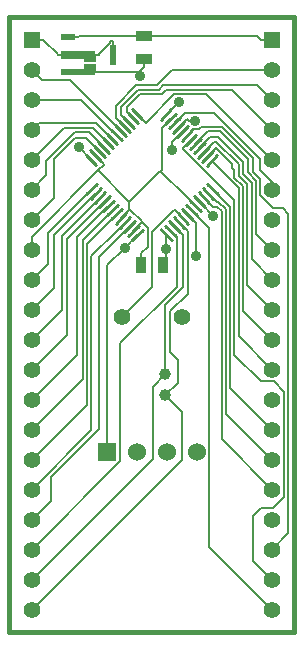
<source format=gtl>
G04 (created by PCBNEW-RS274X (2012-01-19 BZR 3256)-stable) date 2/20/2012 8:09:15 PM*
G01*
G70*
G90*
%MOIN*%
G04 Gerber Fmt 3.4, Leading zero omitted, Abs format*
%FSLAX34Y34*%
G04 APERTURE LIST*
%ADD10C,0.006000*%
%ADD11C,0.015000*%
%ADD12R,0.055000X0.055000*%
%ADD13C,0.055000*%
%ADD14R,0.060000X0.060000*%
%ADD15C,0.060000*%
%ADD16C,0.056000*%
%ADD17C,0.039400*%
%ADD18R,0.055000X0.035000*%
%ADD19C,0.009800*%
%ADD20R,0.047200X0.020000*%
%ADD21R,0.118100X0.020000*%
%ADD22R,0.118100X0.027600*%
%ADD23R,0.023600X0.070900*%
%ADD24R,0.043300X0.027600*%
%ADD25R,0.035000X0.055000*%
%ADD26C,0.035000*%
%ADD27C,0.008000*%
G04 APERTURE END LIST*
G54D10*
G54D11*
X28250Y-42500D02*
X28250Y-22000D01*
X37750Y-42500D02*
X28250Y-42500D01*
X37750Y-22000D02*
X37750Y-42500D01*
X28250Y-22000D02*
X37750Y-22000D01*
G54D12*
X37000Y-22750D03*
G54D13*
X37000Y-23750D03*
X37000Y-24750D03*
X37000Y-25750D03*
X37000Y-26750D03*
X37000Y-27750D03*
X37000Y-28750D03*
X37000Y-29750D03*
X37000Y-30750D03*
X37000Y-31750D03*
X37000Y-32750D03*
X37000Y-33750D03*
X37000Y-34750D03*
X37000Y-35750D03*
X37000Y-36750D03*
X37000Y-37750D03*
X37000Y-38750D03*
X37000Y-39750D03*
X37000Y-40750D03*
X37000Y-41750D03*
G54D12*
X29000Y-22750D03*
G54D13*
X29000Y-23750D03*
X29000Y-24750D03*
X29000Y-25750D03*
X29000Y-26750D03*
X29000Y-27750D03*
X29000Y-28750D03*
X29000Y-29750D03*
X29000Y-30750D03*
X29000Y-31750D03*
X29000Y-32750D03*
X29000Y-33750D03*
X29000Y-34750D03*
X29000Y-35750D03*
X29000Y-36750D03*
X29000Y-37750D03*
X29000Y-38750D03*
X29000Y-39750D03*
X29000Y-40750D03*
X29000Y-41750D03*
G54D14*
X31500Y-36500D03*
G54D15*
X32500Y-36500D03*
X33500Y-36500D03*
X34500Y-36500D03*
G54D16*
X32000Y-32000D03*
X34000Y-32000D03*
G54D17*
X33447Y-33896D03*
X33447Y-34604D03*
G54D18*
X32750Y-23375D03*
X32750Y-22625D03*
G54D10*
G36*
X33656Y-29507D02*
X33232Y-29083D01*
X33302Y-29013D01*
X33726Y-29437D01*
X33656Y-29507D01*
X33656Y-29507D01*
G37*
G54D19*
X33441Y-28944D02*
X33795Y-29298D01*
X33580Y-28805D02*
X33934Y-29159D01*
X33720Y-28665D02*
X34074Y-29019D01*
X33859Y-28526D02*
X34213Y-28880D01*
X33998Y-28388D02*
X34352Y-28742D01*
X34137Y-28248D02*
X34491Y-28602D01*
X34276Y-28109D02*
X34630Y-28463D01*
X34415Y-27970D02*
X34769Y-28324D01*
X34555Y-27830D02*
X34909Y-28184D01*
X34694Y-27691D02*
X35048Y-28045D01*
X34833Y-27552D02*
X35187Y-27906D01*
X34823Y-26959D02*
X35177Y-26605D01*
X34683Y-26820D02*
X35037Y-26466D01*
X34544Y-26680D02*
X34898Y-26326D01*
X34405Y-26541D02*
X34759Y-26187D01*
X34265Y-26402D02*
X34619Y-26048D01*
X34127Y-26263D02*
X34481Y-25909D01*
X33988Y-26124D02*
X34342Y-25770D01*
X33848Y-25985D02*
X34202Y-25631D01*
X33709Y-25845D02*
X34063Y-25491D01*
X33570Y-25706D02*
X33924Y-25352D01*
X33430Y-25567D02*
X33784Y-25213D01*
X33292Y-25428D02*
X33646Y-25074D01*
X32327Y-25046D02*
X32681Y-25400D01*
X32188Y-25185D02*
X32542Y-25539D01*
X32049Y-25324D02*
X32403Y-25678D01*
X31909Y-25464D02*
X32263Y-25818D01*
X31770Y-25603D02*
X32124Y-25957D01*
X31632Y-25742D02*
X31986Y-26096D01*
X31492Y-25881D02*
X31846Y-26235D01*
X31353Y-26020D02*
X31707Y-26374D01*
X31214Y-26159D02*
X31568Y-26513D01*
X31074Y-26299D02*
X31428Y-26653D01*
X30935Y-26438D02*
X31289Y-26792D01*
X30796Y-26577D02*
X31150Y-26931D01*
X30813Y-27906D02*
X31167Y-27552D01*
X30952Y-28045D02*
X31306Y-27691D01*
X31231Y-28324D02*
X31585Y-27970D01*
X31086Y-28189D02*
X31440Y-27835D01*
X31370Y-28463D02*
X31724Y-28109D01*
X31508Y-28602D02*
X31862Y-28248D01*
X31648Y-28741D02*
X32002Y-28387D01*
X31787Y-28880D02*
X32141Y-28526D01*
X31926Y-29019D02*
X32280Y-28665D01*
X32066Y-29159D02*
X32420Y-28805D01*
X32203Y-29296D02*
X32557Y-28942D01*
X32342Y-29435D02*
X32696Y-29081D01*
G54D20*
X30193Y-22659D03*
G54D21*
X30547Y-23841D03*
G54D22*
X30547Y-23250D03*
G54D23*
X31689Y-23250D03*
G54D24*
X30921Y-23703D03*
X30921Y-23348D03*
G54D25*
X32625Y-30250D03*
X33375Y-30250D03*
G54D26*
X30551Y-26325D03*
X35037Y-28616D03*
X33899Y-24831D03*
X32085Y-29687D03*
X32607Y-23949D03*
X33479Y-29717D03*
X34441Y-25455D03*
X33680Y-26413D03*
X34466Y-29965D03*
G54D27*
X31500Y-30272D02*
X32085Y-29687D01*
X32563Y-23905D02*
X32563Y-23841D01*
X32607Y-23949D02*
X32563Y-23905D01*
X31241Y-23841D02*
X32563Y-23841D01*
X32750Y-23654D02*
X32750Y-23653D01*
X32563Y-23841D02*
X32750Y-23654D01*
X33479Y-25251D02*
X33469Y-25251D01*
X33899Y-24831D02*
X33479Y-25251D01*
X30547Y-23841D02*
X31241Y-23841D01*
X32750Y-23375D02*
X32750Y-23653D01*
X31500Y-36500D02*
X31500Y-36097D01*
X31500Y-36097D02*
X31500Y-30272D01*
X34592Y-28171D02*
X35037Y-28616D01*
X34592Y-28147D02*
X34592Y-28171D01*
X30973Y-26747D02*
X30551Y-26325D01*
X30973Y-26754D02*
X30973Y-26747D01*
X32514Y-29258D02*
X32085Y-29687D01*
X32519Y-29258D02*
X32514Y-29258D01*
X33479Y-29717D02*
X33479Y-30146D01*
X33479Y-30146D02*
X33375Y-30250D01*
X33479Y-29260D02*
X33479Y-29717D01*
X34904Y-39654D02*
X37000Y-41750D01*
X34904Y-29015D02*
X34904Y-39654D01*
X34314Y-28425D02*
X34904Y-29015D01*
X35047Y-28322D02*
X35174Y-28322D01*
X34732Y-28007D02*
X35047Y-28322D01*
X35174Y-28322D02*
X35317Y-28465D01*
X35317Y-28465D02*
X35317Y-36067D01*
X35317Y-36067D02*
X37000Y-37750D01*
X34871Y-27868D02*
X35156Y-28153D01*
X35460Y-35210D02*
X37000Y-36750D01*
X35460Y-28405D02*
X35460Y-35210D01*
X35208Y-28153D02*
X35460Y-28405D01*
X35156Y-28153D02*
X35208Y-28153D01*
X31140Y-25529D02*
X31669Y-26058D01*
X29221Y-25529D02*
X31140Y-25529D01*
X29000Y-25750D02*
X29221Y-25529D01*
X29000Y-26750D02*
X30053Y-25697D01*
X30053Y-25697D02*
X31030Y-25697D01*
X31030Y-25697D02*
X31530Y-26197D01*
X29477Y-26800D02*
X29477Y-27273D01*
X30436Y-25841D02*
X29477Y-26800D01*
X30896Y-25841D02*
X30436Y-25841D01*
X31391Y-26336D02*
X30896Y-25841D01*
X29477Y-27273D02*
X29000Y-27750D01*
X29739Y-26741D02*
X30446Y-26034D01*
X29739Y-28011D02*
X29739Y-26741D01*
X29000Y-28750D02*
X29739Y-28011D01*
X30446Y-26034D02*
X30809Y-26034D01*
X30809Y-26034D02*
X31251Y-26476D01*
X29524Y-29195D02*
X29524Y-30226D01*
X29524Y-30226D02*
X29000Y-30750D01*
X30990Y-27729D02*
X29524Y-29195D01*
X29738Y-31012D02*
X29000Y-31750D01*
X29738Y-29259D02*
X29738Y-31012D01*
X31129Y-27868D02*
X29738Y-29259D01*
X35603Y-34353D02*
X37000Y-35750D01*
X35603Y-28322D02*
X35603Y-34353D01*
X35010Y-27729D02*
X35603Y-28322D01*
X35000Y-26782D02*
X35000Y-26800D01*
X35000Y-26800D02*
X35889Y-27689D01*
X35889Y-27689D02*
X35889Y-32639D01*
X35889Y-32639D02*
X37000Y-33750D01*
X34860Y-26643D02*
X35146Y-26357D01*
X36033Y-31783D02*
X37000Y-32750D01*
X36033Y-27630D02*
X36033Y-31783D01*
X35749Y-27346D02*
X36033Y-27630D01*
X35749Y-27092D02*
X35749Y-27346D01*
X35676Y-27019D02*
X35749Y-27092D01*
X35676Y-26888D02*
X35676Y-27019D01*
X35146Y-26357D02*
X35676Y-26888D01*
X35892Y-26900D02*
X35892Y-27286D01*
X35136Y-26144D02*
X35892Y-26900D01*
X35080Y-26144D02*
X35136Y-26144D01*
X34721Y-26503D02*
X35080Y-26144D01*
X35892Y-27286D02*
X36176Y-27570D01*
X36176Y-27570D02*
X36176Y-30926D01*
X36176Y-30926D02*
X37000Y-31750D01*
X36319Y-30069D02*
X37000Y-30750D01*
X36319Y-27510D02*
X36319Y-30069D01*
X36035Y-27226D02*
X36319Y-27510D01*
X36035Y-26840D02*
X36035Y-27226D01*
X35196Y-26001D02*
X36035Y-26840D01*
X34945Y-26001D02*
X35196Y-26001D01*
X34582Y-26364D02*
X34945Y-26001D01*
X36463Y-27451D02*
X36463Y-29213D01*
X34442Y-26225D02*
X34861Y-25806D01*
X34861Y-25806D02*
X35264Y-25806D01*
X35264Y-25806D02*
X36184Y-26726D01*
X36184Y-26726D02*
X36184Y-27172D01*
X36184Y-27172D02*
X36463Y-27451D01*
X36463Y-29213D02*
X37000Y-29750D01*
X31947Y-25780D02*
X31662Y-25495D01*
X30255Y-24088D02*
X31662Y-25495D01*
X29338Y-24088D02*
X30255Y-24088D01*
X29000Y-23750D02*
X29338Y-24088D01*
X30640Y-24750D02*
X29000Y-24750D01*
X31809Y-25919D02*
X30640Y-24750D01*
X37402Y-37985D02*
X37027Y-38360D01*
X36379Y-40129D02*
X37000Y-40750D01*
X36379Y-38624D02*
X36379Y-40129D01*
X36643Y-38360D02*
X36379Y-38624D01*
X37027Y-38360D02*
X36643Y-38360D01*
X37402Y-34487D02*
X37402Y-37985D01*
X37055Y-34140D02*
X37402Y-34487D01*
X36627Y-34140D02*
X37055Y-34140D01*
X35746Y-28103D02*
X35746Y-33259D01*
X34019Y-26376D02*
X35746Y-28103D01*
X34019Y-26371D02*
X34019Y-26376D01*
X34304Y-26086D02*
X34019Y-26371D01*
X35746Y-33259D02*
X36627Y-34140D01*
X35333Y-25662D02*
X36369Y-26698D01*
X36369Y-26698D02*
X36369Y-27153D01*
X34379Y-25733D02*
X34557Y-25733D01*
X34557Y-25733D02*
X34628Y-25662D01*
X36607Y-27391D02*
X36607Y-27939D01*
X34165Y-25947D02*
X34379Y-25733D01*
X37546Y-39204D02*
X37000Y-39750D01*
X34628Y-25662D02*
X35333Y-25662D01*
X37028Y-28360D02*
X37357Y-28360D01*
X36607Y-27939D02*
X37028Y-28360D01*
X37546Y-28549D02*
X37546Y-39204D01*
X37357Y-28360D02*
X37546Y-28549D01*
X36369Y-27153D02*
X36607Y-27391D01*
X34171Y-25383D02*
X34243Y-25455D01*
X34243Y-25455D02*
X34441Y-25455D01*
X33886Y-25668D02*
X34171Y-25383D01*
X37000Y-27482D02*
X37000Y-27750D01*
X36607Y-27089D02*
X37000Y-27482D01*
X36607Y-26728D02*
X36607Y-27089D01*
X35055Y-25176D02*
X36607Y-26728D01*
X34100Y-25176D02*
X35055Y-25176D01*
X33747Y-25529D02*
X34100Y-25176D01*
X34803Y-24553D02*
X33746Y-24553D01*
X32504Y-25223D02*
X32790Y-25509D01*
X37000Y-26750D02*
X34803Y-24553D01*
X33746Y-24553D02*
X32790Y-25509D01*
X32169Y-25166D02*
X32365Y-25362D01*
X32169Y-24986D02*
X32169Y-25166D01*
X32603Y-24552D02*
X32169Y-24986D01*
X33317Y-24552D02*
X32603Y-24552D01*
X33460Y-24409D02*
X33317Y-24552D01*
X35659Y-24409D02*
X33460Y-24409D01*
X37000Y-25750D02*
X35659Y-24409D01*
X31977Y-24975D02*
X31977Y-25252D01*
X32543Y-24409D02*
X31977Y-24975D01*
X37000Y-24750D02*
X36516Y-24266D01*
X33362Y-24266D02*
X33219Y-24409D01*
X33219Y-24409D02*
X32543Y-24409D01*
X31977Y-25252D02*
X32226Y-25501D01*
X36516Y-24266D02*
X33362Y-24266D01*
X32086Y-25641D02*
X31800Y-25355D01*
X31800Y-24949D02*
X31800Y-25355D01*
X32483Y-24266D02*
X31800Y-24949D01*
X33159Y-24266D02*
X32483Y-24266D01*
X33675Y-23750D02*
X33159Y-24266D01*
X37000Y-23750D02*
X33675Y-23750D01*
X33680Y-26153D02*
X33680Y-26413D01*
X34025Y-25808D02*
X33680Y-26153D01*
X29984Y-31766D02*
X29984Y-29291D01*
X29000Y-32750D02*
X29984Y-31766D01*
X29984Y-29291D02*
X31263Y-28012D01*
X30168Y-29387D02*
X31408Y-28147D01*
X30168Y-32582D02*
X30168Y-29387D01*
X29000Y-33750D02*
X30168Y-32582D01*
X29000Y-34750D02*
X30506Y-33244D01*
X30506Y-33244D02*
X30506Y-29327D01*
X30506Y-29327D02*
X31547Y-28286D01*
X30690Y-29420D02*
X31685Y-28425D01*
X30690Y-34060D02*
X30690Y-29420D01*
X29000Y-35750D02*
X30690Y-34060D01*
X31825Y-28564D02*
X31540Y-28849D01*
X30833Y-34917D02*
X29000Y-36750D01*
X30833Y-29556D02*
X30833Y-34917D01*
X31540Y-28849D02*
X30833Y-29556D01*
X31817Y-29128D02*
X30976Y-29969D01*
X32103Y-28842D02*
X31817Y-29128D01*
X30976Y-35774D02*
X29000Y-37750D01*
X30976Y-29969D02*
X30976Y-35774D01*
X29621Y-38129D02*
X29000Y-38750D01*
X29621Y-37332D02*
X29621Y-38129D01*
X31239Y-35714D02*
X29621Y-37332D01*
X31239Y-29986D02*
X31239Y-35714D01*
X32243Y-28982D02*
X31239Y-29986D01*
X33618Y-29121D02*
X33836Y-29339D01*
X33836Y-29339D02*
X33836Y-30979D01*
X33836Y-30979D02*
X31949Y-32866D01*
X31949Y-32866D02*
X31949Y-36801D01*
X31949Y-36801D02*
X29000Y-39750D01*
X33025Y-36725D02*
X29000Y-40750D01*
X33025Y-34318D02*
X33025Y-36725D01*
X33447Y-33896D02*
X33025Y-34318D01*
X33447Y-31587D02*
X33447Y-33896D01*
X34043Y-30991D02*
X33447Y-31587D01*
X34043Y-29268D02*
X34043Y-30991D01*
X33757Y-28982D02*
X34043Y-29268D01*
X34000Y-36750D02*
X29000Y-41750D01*
X33591Y-31808D02*
X34187Y-31212D01*
X33447Y-34604D02*
X33861Y-34190D01*
X34187Y-31212D02*
X34187Y-29132D01*
X33861Y-34190D02*
X33861Y-33428D01*
X34000Y-35157D02*
X34000Y-36750D01*
X33591Y-33158D02*
X33591Y-31808D01*
X33447Y-34604D02*
X34000Y-35157D01*
X34187Y-29132D02*
X33897Y-28842D01*
X33861Y-33428D02*
X33591Y-33158D01*
X36497Y-22625D02*
X36622Y-22750D01*
X32855Y-29024D02*
X32665Y-28834D01*
X33322Y-27076D02*
X33322Y-25675D01*
X32249Y-28149D02*
X33283Y-27115D01*
X33283Y-27115D02*
X34168Y-28001D01*
X34453Y-28286D02*
X34168Y-28001D01*
X32625Y-30250D02*
X32625Y-29872D01*
X32625Y-29872D02*
X32855Y-29642D01*
X32855Y-29642D02*
X32855Y-29024D01*
X32249Y-28418D02*
X32277Y-28418D01*
X30566Y-22625D02*
X32750Y-22625D01*
X33283Y-27115D02*
X33322Y-27076D01*
X30193Y-22659D02*
X30532Y-22659D01*
X33607Y-25390D02*
X33322Y-25675D01*
X32249Y-28418D02*
X32249Y-28149D01*
X32380Y-29119D02*
X32665Y-28834D01*
X31964Y-28703D02*
X32249Y-28418D01*
X31112Y-26615D02*
X31397Y-26900D01*
X37000Y-22750D02*
X36622Y-22750D01*
X32750Y-22625D02*
X36497Y-22625D01*
X30532Y-22659D02*
X30566Y-22625D01*
X32665Y-28806D02*
X32665Y-28834D01*
X31208Y-27108D02*
X31397Y-26919D01*
X31397Y-26919D02*
X31397Y-26900D01*
X32249Y-28149D02*
X31208Y-27108D01*
X29000Y-29750D02*
X29000Y-29316D01*
X29000Y-29316D02*
X31208Y-27108D01*
X32277Y-28418D02*
X32665Y-28806D01*
X31591Y-22815D02*
X31613Y-22793D01*
X31591Y-22862D02*
X31591Y-22815D01*
X30547Y-23250D02*
X31241Y-23250D01*
X31689Y-23250D02*
X31689Y-22793D01*
X31613Y-22793D02*
X31689Y-22793D01*
X30547Y-23250D02*
X29854Y-23250D01*
X31241Y-23250D02*
X31241Y-23212D01*
X31241Y-23212D02*
X31591Y-22862D01*
X29854Y-23226D02*
X29854Y-23250D01*
X29000Y-22750D02*
X29378Y-22750D01*
X29378Y-22750D02*
X29854Y-23226D01*
X34036Y-28703D02*
X33751Y-28418D01*
X32000Y-32000D02*
X32999Y-31001D01*
X32999Y-31001D02*
X32999Y-29165D01*
X32999Y-29165D02*
X33746Y-28418D01*
X33746Y-28418D02*
X33751Y-28418D01*
X34175Y-28565D02*
X34461Y-28850D01*
X34460Y-29959D02*
X34466Y-29965D01*
X34460Y-28851D02*
X34460Y-29959D01*
X34461Y-28850D02*
X34460Y-28851D01*
M02*

</source>
